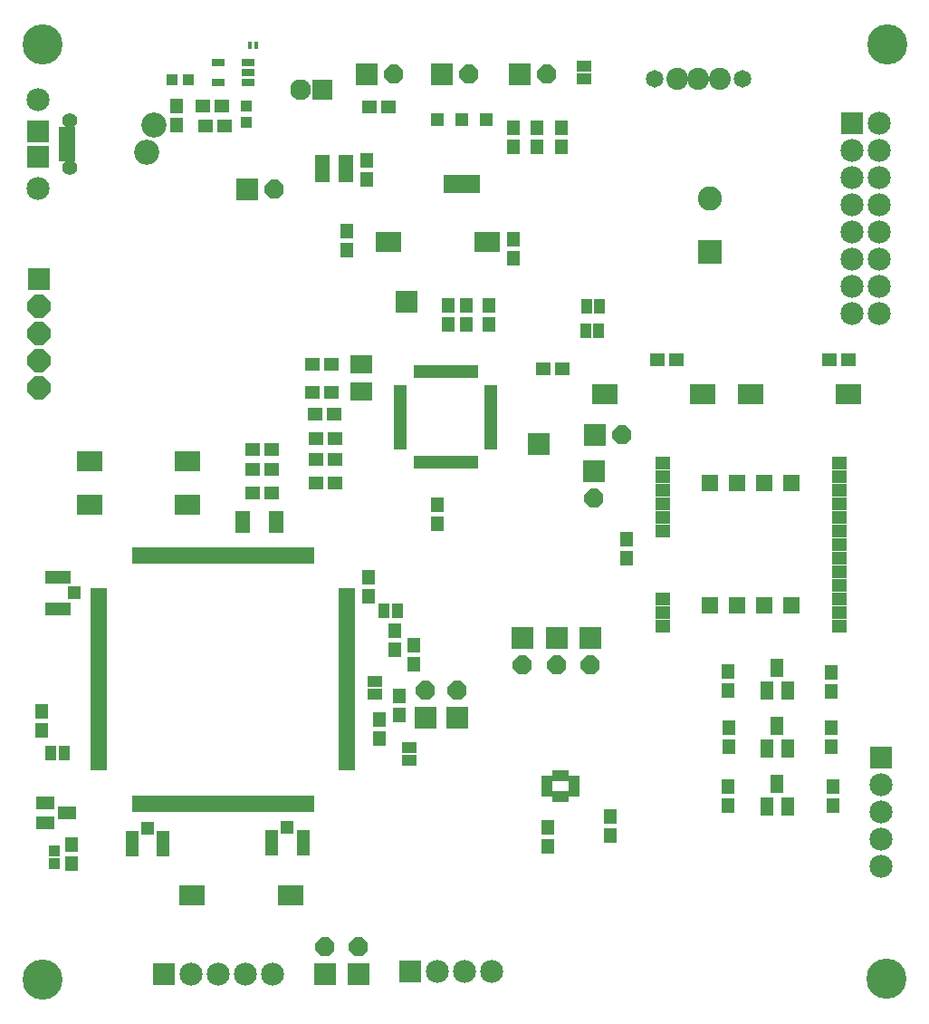
<source format=gbr>
%FSLAX35Y35*%
%MOMM*%
G04 EasyPC Gerber Version 18.0.9 Build 3640 *
%ADD114R,0.46400X0.72400*%
%ADD127R,0.57400X1.30400*%
%ADD137R,0.60400X1.02900*%
%ADD133R,0.97400X1.60400*%
%ADD113R,1.05400X1.05400*%
%ADD134R,1.05400X1.45400*%
%ADD119R,1.15400X1.30400*%
%ADD143R,1.25400X1.25400*%
%ADD111R,1.25400X1.34400*%
%ADD145R,1.25400X1.65400*%
%ADD142R,1.30400X2.45400*%
%ADD144R,1.36800X2.05600*%
%ADD129R,1.46400X2.65400*%
%ADD136R,1.52400X1.52400*%
%ADD116R,1.95400X1.95400*%
%ADD117R,2.15400X2.15400*%
%ADD122R,2.25400X2.25400*%
%ADD105C,1.40400*%
%ADD125C,1.65400*%
%ADD115C,1.95400*%
%ADD124C,2.05400*%
%ADD104C,2.15400*%
%ADD123C,2.25400*%
%ADD100C,2.35400*%
%ADD126R,1.30400X0.57400*%
%ADD138R,1.02900X0.60400*%
%ADD102R,1.60400X0.65400*%
%ADD106R,1.15400X0.80400*%
%ADD132R,1.60400X0.97400*%
%ADD110R,1.05400X1.05400*%
%ADD121R,1.45400X1.05400*%
%ADD135R,1.45400X1.15400*%
%ADD141R,1.25400X1.25400*%
%ADD112R,1.34400X1.25400*%
%ADD139R,1.65400X1.25400*%
%ADD140R,2.45400X1.30400*%
%ADD131R,2.00400X1.65400*%
%ADD101C,3.75400*%
%ADD120R,3.35400X1.80400*%
%ADD128R,2.43400X1.85400*%
%ADD103R,2.15400X2.05400*%
%AMT118*0 Octagon Pad at angle 0*4,1,8,-0.36800,-0.88900,0.36800,-0.88900,0.88900,-0.36800,0.88900,0.36800,0.36800,0.88900,-0.36800,0.88900,-0.88900,0.36800,-0.88900,-0.36800,-0.36800,-0.88900,0*%
%ADD118T118*%
%AMT130*0 Octagon Pad at angle 0*4,1,8,-0.44590,-1.07700,0.44590,-1.07700,1.07700,-0.44590,1.07700,0.44590,0.44590,1.07700,-0.44590,1.07700,-1.07700,0.44590,-1.07700,-0.44590,-0.44590,-1.07700,0*%
%ADD130T130*%
X0Y0D02*
D02*
D100*
X1257790Y7992240D03*
X1321290Y8249240D03*
D02*
D101*
X278970Y263120D03*
X282140Y8998540D03*
X8169640Y269460D03*
X8181780Y8998540D03*
D02*
D102*
X507210Y7938440D03*
Y8003440D03*
Y8068440D03*
Y8133440D03*
Y8198440D03*
D02*
D103*
X239710Y7953440D03*
Y8183440D03*
D02*
D104*
Y7650940D03*
Y8485940D03*
X1670200Y313840D03*
X1924200D03*
X2178200D03*
X2432200D03*
X3971820Y339200D03*
X4225820D03*
X4479820D03*
X7849090Y6483940D03*
Y6737940D03*
Y6991940D03*
Y7245940D03*
Y7499940D03*
Y7753940D03*
Y8007940D03*
X8103090Y6483940D03*
Y6737940D03*
Y6991940D03*
Y7245940D03*
Y7499940D03*
Y7753940D03*
Y8007940D03*
Y8261940D03*
X8121550Y1321100D03*
Y1575100D03*
Y1829100D03*
Y2083100D03*
D02*
D105*
X539710Y7845940D03*
Y8290940D03*
D02*
D106*
X1924540Y8643190D03*
Y8833190D03*
X2203940Y8643190D03*
Y8738190D03*
Y8833190D03*
D02*
D110*
X389920Y1347490D03*
Y1467490D03*
X1495290Y8668340D03*
X1645290D03*
D02*
D111*
X275570Y2589760D03*
Y2767560D03*
X551590Y1350290D03*
Y1528090D03*
X1537190Y8242890D03*
Y8420690D03*
X3124690Y7081650D03*
Y7259450D03*
X3315190Y7734670D03*
Y7912470D03*
X3331680Y3845080D03*
Y4022880D03*
X3433120Y2513680D03*
Y2691480D03*
X3578940Y3341050D03*
Y3518850D03*
X3616980Y2735580D03*
Y2913380D03*
X3750120Y3207910D03*
Y3385710D03*
X3975590Y4523460D03*
Y4701260D03*
X4077190Y6384250D03*
Y6562050D03*
X4242290Y6384250D03*
Y6562050D03*
X4458190Y6384250D03*
Y6562050D03*
X4686790Y7002400D03*
Y7180200D03*
Y8046040D03*
Y8223840D03*
X4902690Y8046040D03*
Y8223840D03*
X5005440Y1505620D03*
Y1683420D03*
X5131290Y8046040D03*
Y8223840D03*
X5588720Y1607060D03*
Y1784860D03*
X5747220Y4200120D03*
Y4377920D03*
X6695050Y1888130D03*
Y2065930D03*
Y2960650D03*
Y3138450D03*
X6701390Y2439710D03*
Y2617510D03*
X7658730Y2439710D03*
Y2617510D03*
Y2951140D03*
Y3128940D03*
X7671410Y1888130D03*
Y2065930D03*
D02*
D112*
X1778490Y8427040D03*
X1803890Y8236540D03*
X1956290Y8427040D03*
X1981690Y8236540D03*
X2248920Y4806520D03*
Y5028420D03*
Y5217830D03*
X2426720Y4806520D03*
Y5028420D03*
Y5217830D03*
X2801570Y5752720D03*
Y6010530D03*
X2830680Y5544140D03*
X2836800Y4900830D03*
Y5125040D03*
Y5315540D03*
X2979370Y5752720D03*
Y6010530D03*
X3008480Y5544140D03*
X3014600Y4900830D03*
Y5125040D03*
Y5315540D03*
X3340590Y8414340D03*
X3518390D03*
X4964090Y5969120D03*
X5141890D03*
X6032380Y6051540D03*
X6210180D03*
X7642740Y6057880D03*
X7820540D03*
D02*
D113*
X2184890Y8274490D03*
Y8424490D03*
D02*
D114*
X2217710Y8992190D03*
X2283710D03*
D02*
D115*
X2694490Y8579440D03*
D02*
D116*
X2894490D03*
D02*
D117*
X244100Y6809170D03*
X1416200Y313840D03*
X2193450Y7646050D03*
X2919580Y316810D03*
X3239750D03*
X3315190Y8719140D03*
X3689890Y6596780D03*
X3717820Y339200D03*
X3861450Y2710160D03*
X4013690Y8719140D03*
X4156260Y2710160D03*
X4743940Y8719140D03*
X4770860Y3452340D03*
X4923020Y5268550D03*
X5087860Y3452340D03*
X5408030D03*
X5439730Y5011980D03*
X5449040Y5350970D03*
X7849090Y8261940D03*
X8121550Y2337100D03*
D02*
D118*
X2447450Y7646050D03*
X2919580Y570810D03*
X3239750D03*
X3569190Y8719140D03*
X3861450Y2964160D03*
X4156260D03*
X4267690Y8719140D03*
X4770860Y3198340D03*
X4997940Y8719140D03*
X5087860Y3198340D03*
X5408030D03*
X5439730Y4757980D03*
X5703040Y5350970D03*
D02*
D119*
X3974190Y8295240D03*
X4204190D03*
X4434190D03*
D02*
D120*
X4204190Y7695240D03*
D02*
D121*
X3391910Y2926150D03*
Y3046150D03*
X3715250Y2311170D03*
Y2431170D03*
X5347190Y8674690D03*
Y8794690D03*
D02*
D122*
X6521940Y7059440D03*
D02*
D123*
Y7559440D03*
D02*
D124*
X6213990Y8674690D03*
X6413990D03*
X6613990D03*
D02*
D125*
X6003990D03*
X6823990D03*
D02*
D126*
X3629290Y5243740D03*
Y5293740D03*
Y5343740D03*
Y5393740D03*
Y5443740D03*
Y5493740D03*
Y5543740D03*
Y5593740D03*
Y5643740D03*
Y5693740D03*
Y5743740D03*
Y5793740D03*
X4474290Y5243740D03*
Y5293740D03*
Y5343740D03*
Y5393740D03*
Y5443740D03*
Y5493740D03*
Y5543740D03*
Y5593740D03*
Y5643740D03*
Y5693740D03*
Y5743740D03*
Y5793740D03*
D02*
D127*
X3776790Y5096240D03*
Y5941240D03*
X3826790Y5096240D03*
Y5941240D03*
X3876790Y5096240D03*
Y5941240D03*
X3926790Y5096240D03*
Y5941240D03*
X3976790Y5096240D03*
Y5941240D03*
X4026790Y5096240D03*
Y5941240D03*
X4076790Y5096240D03*
Y5941240D03*
X4126790Y5096240D03*
Y5941240D03*
X4176790Y5096240D03*
Y5941240D03*
X4226790Y5096240D03*
Y5941240D03*
X4276790Y5096240D03*
Y5941240D03*
X4326790Y5096240D03*
Y5941240D03*
D02*
D128*
X719250Y4694780D03*
Y5103710D03*
X1639250Y4694780D03*
Y5103710D03*
X1679760Y1046110D03*
X2599760D03*
X3515590Y7157040D03*
X4435590D03*
X5537650Y5734540D03*
X6457650D03*
X6900750Y5728200D03*
X7820750D03*
D02*
D129*
X2900890Y7839420D03*
X3119890D03*
D02*
D130*
X244100Y5793170D03*
Y6047170D03*
Y6301170D03*
Y6555170D03*
D02*
D131*
X3258770Y5758530D03*
Y6008530D03*
D02*
D132*
X806080Y2265400D03*
Y2365400D03*
Y2465400D03*
Y2565400D03*
Y2665400D03*
Y2765400D03*
Y2865400D03*
Y2965400D03*
Y3065400D03*
Y3165400D03*
Y3265400D03*
Y3365400D03*
Y3465400D03*
Y3565400D03*
Y3665400D03*
Y3765400D03*
Y3865400D03*
X3131080Y2265400D03*
Y2365400D03*
Y2465400D03*
Y2565400D03*
Y2665400D03*
Y2765400D03*
Y2865400D03*
Y2965400D03*
Y3065400D03*
Y3165400D03*
Y3265400D03*
Y3365400D03*
Y3465400D03*
Y3565400D03*
Y3665400D03*
Y3765400D03*
Y3865400D03*
D02*
D133*
X1168580Y1902900D03*
Y4227900D03*
X1268580Y1902900D03*
Y4227900D03*
X1368580Y1902900D03*
Y4227900D03*
X1468580Y1902900D03*
Y4227900D03*
X1568580Y1902900D03*
Y4227900D03*
X1668580Y1902900D03*
Y4227900D03*
X1768580Y1902900D03*
Y4227900D03*
X1868580Y1902900D03*
Y4227900D03*
X1968580Y1902900D03*
Y4227900D03*
X2068580Y1902900D03*
Y4227900D03*
X2168580Y1902900D03*
Y4227900D03*
X2268580Y1902900D03*
Y4227900D03*
X2368580Y1902900D03*
Y4227900D03*
X2468580Y1902900D03*
Y4227900D03*
X2568580Y1902900D03*
Y4227900D03*
X2668580Y1902900D03*
Y4227900D03*
X2768580Y1902900D03*
Y4227900D03*
D02*
D134*
X361390Y2377510D03*
X481390D03*
X3477730Y3712080D03*
X3597730D03*
X5360710Y6320990D03*
X5373390Y6555570D03*
X5480710Y6320990D03*
X5493390Y6555570D03*
D02*
D135*
X6078770Y3568230D03*
Y3695230D03*
Y3822230D03*
Y4457230D03*
Y4584230D03*
Y4711230D03*
Y4838230D03*
Y4965230D03*
Y5092230D03*
X7729770Y3568230D03*
Y3695230D03*
Y3822230D03*
Y3949230D03*
Y4076230D03*
Y4203230D03*
Y4330230D03*
Y4457230D03*
Y4584230D03*
Y4711230D03*
Y4838230D03*
Y4965230D03*
Y5092230D03*
D02*
D136*
X6523270Y3759730D03*
Y4900730D03*
X6777270Y3759730D03*
Y4900730D03*
X7031270Y3759730D03*
Y4900730D03*
X7285270Y3759730D03*
Y4900730D03*
D02*
D137*
X5071820Y1968770D03*
Y2171270D03*
X5121820Y1968770D03*
Y2171270D03*
X5171820Y1968770D03*
Y2171270D03*
D02*
D138*
X4995570Y1995020D03*
Y2045020D03*
Y2095020D03*
Y2145020D03*
X5248070Y1995020D03*
Y2045020D03*
Y2095020D03*
Y2145020D03*
D02*
D139*
X303710Y1724590D03*
Y1914590D03*
X513710Y1819590D03*
D02*
D140*
X429280Y3726250D03*
Y4021250D03*
D02*
D141*
X579280Y3873750D03*
D02*
D142*
X1116390Y1529270D03*
X1411390D03*
X2422430Y1538780D03*
X2717430D03*
D02*
D143*
X1263890Y1679270D03*
X2569930Y1688780D03*
D02*
D144*
X2153540Y4536280D03*
X2468340D03*
D02*
D145*
X7057350Y1878370D03*
Y2423610D03*
Y2966740D03*
X7152350Y2088370D03*
Y2633610D03*
Y3176740D03*
X7247350Y1878370D03*
Y2423610D03*
Y2966740D03*
X0Y0D02*
M02*

</source>
